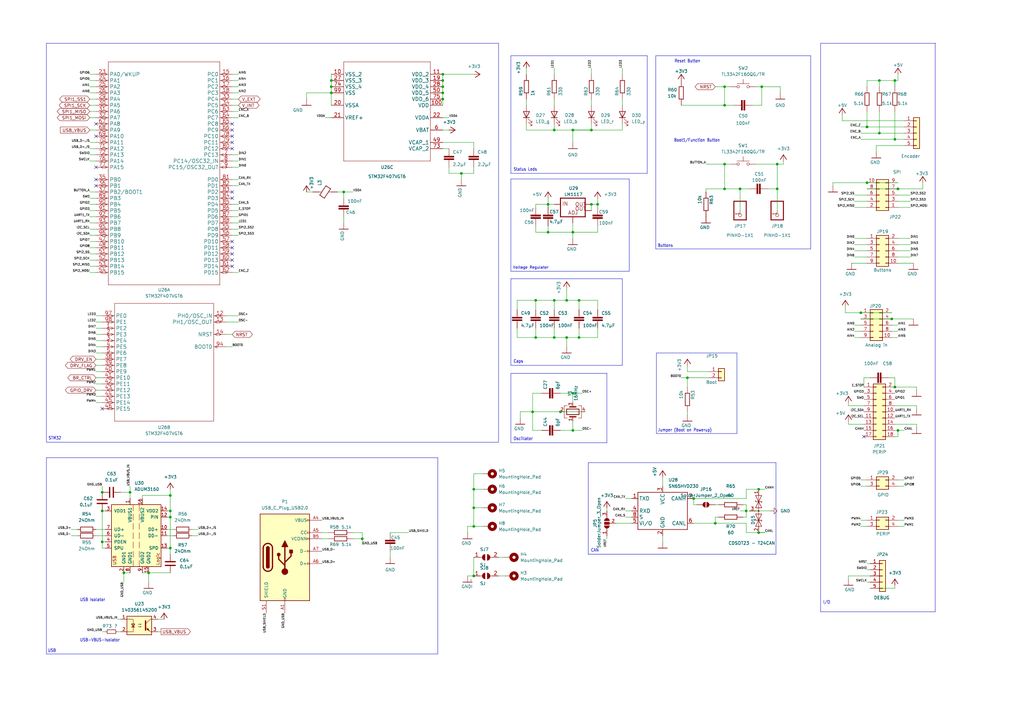
<source format=kicad_sch>
(kicad_sch
	(version 20250114)
	(generator "eeschema")
	(generator_version "9.0")
	(uuid "4cd24381-ef0a-4fc3-9080-2f3d7a881fa0")
	(paper "A3")
	
	(text "Oscillator"
		(exclude_from_sim no)
		(at 210.566 180.848 0)
		(effects
			(font
				(size 1.27 1.0795)
			)
			(justify left bottom)
		)
		(uuid "0a460622-1fd8-4854-b6a0-56e64b4b0ae3")
	)
	(text "I/O"
		(exclude_from_sim no)
		(at 337.566 247.904 0)
		(effects
			(font
				(size 1.27 1.0795)
			)
			(justify left bottom)
		)
		(uuid "0b500d5d-857f-4d84-8981-369f92eb97b6")
	)
	(text "Jumper (Boot on Powerup)"
		(exclude_from_sim no)
		(at 269.748 177.292 0)
		(effects
			(font
				(size 1.27 1.0795)
			)
			(justify left bottom)
		)
		(uuid "12565cf4-442f-4dbd-85fa-83282b6c2e14")
	)
	(text "STM32"
		(exclude_from_sim no)
		(at 19.812 180.594 0)
		(effects
			(font
				(size 1.27 1.0795)
			)
			(justify left bottom)
		)
		(uuid "338edd2e-5846-4ed8-b03a-02aaba45fb11")
	)
	(text "USB"
		(exclude_from_sim no)
		(at 19.558 267.716 0)
		(effects
			(font
				(size 1.27 1.0795)
			)
			(justify left bottom)
		)
		(uuid "4207712e-96ec-4ad3-8105-4bb4852172b7")
	)
	(text "Boot1/Function Button"
		(exclude_from_sim no)
		(at 276.352 58.42 0)
		(effects
			(font
				(size 1.27 1.0795)
			)
			(justify left bottom)
		)
		(uuid "5811032a-1597-4a4c-a7a3-d8e2c86e2053")
	)
	(text "Voltage Regulator"
		(exclude_from_sim no)
		(at 210.312 110.49 0)
		(effects
			(font
				(size 1.0795 1.0795)
			)
			(justify left bottom)
		)
		(uuid "5aa86ef3-98c5-4aa0-95b4-06dd013edb64")
	)
	(text "USB Isolator"
		(exclude_from_sim no)
		(at 32.766 246.888 0)
		(effects
			(font
				(size 1.27 1.0795)
			)
			(justify left bottom)
		)
		(uuid "67debb50-1335-40e2-ad5d-ee9d9b604a07")
	)
	(text "CAN"
		(exclude_from_sim no)
		(at 242.316 226.568 0)
		(effects
			(font
				(size 1.27 1.0795)
			)
			(justify left bottom)
		)
		(uuid "6db5d67a-cc58-4f23-9b96-8a73308bae06")
	)
	(text "Caps"
		(exclude_from_sim no)
		(at 210.566 149.098 0)
		(effects
			(font
				(size 1.27 1.0795)
			)
			(justify left bottom)
		)
		(uuid "72109094-d9c8-40a7-b95d-13687325852a")
	)
	(text "Status Leds"
		(exclude_from_sim no)
		(at 210.566 70.358 0)
		(effects
			(font
				(size 1.27 1.0795)
			)
			(justify left bottom)
		)
		(uuid "89205ea3-a47b-42c3-960b-77913fa4acf7")
	)
	(text "USB-VBUS-Isolator"
		(exclude_from_sim no)
		(at 32.766 263.398 0)
		(effects
			(font
				(size 1.27 1.0795)
			)
			(justify left bottom)
		)
		(uuid "d59f3ff5-d39f-4aa0-92f3-8e47fd13b8f3")
	)
	(text "Buttons"
		(exclude_from_sim no)
		(at 269.748 101.6 0)
		(effects
			(font
				(size 1.27 1.0795)
			)
			(justify left bottom)
		)
		(uuid "eed26fec-175b-4929-8089-63ded238b187")
	)
	(text "Reset Button"
		(exclude_from_sim no)
		(at 276.606 25.908 0)
		(effects
			(font
				(size 1.27 1.0795)
			)
			(justify left bottom)
		)
		(uuid "f998a4f2-3c6a-4171-9400-fb08a2549479")
	)
	(junction
		(at 181.61 35.56)
		(diameter 0)
		(color 0 0 0 0)
		(uuid "010b79e0-934b-4c47-b151-1cfd9eda702c")
	)
	(junction
		(at 218.44 168.91)
		(diameter 0)
		(color 0 0 0 0)
		(uuid "01232a58-c264-416a-88eb-14035b9f0946")
	)
	(junction
		(at 234.95 176.53)
		(diameter 0)
		(color 0 0 0 0)
		(uuid "044f5202-ae0b-40ac-9345-4cfdffc2b018")
	)
	(junction
		(at 194.31 236.22)
		(diameter 0)
		(color 0 0 0 0)
		(uuid "0791c98c-b2a5-4897-9a88-66186f0f6212")
	)
	(junction
		(at 140.97 78.74)
		(diameter 0)
		(color 0 0 0 0)
		(uuid "0cde37ae-4449-45cf-b0f4-ccebc6485d03")
	)
	(junction
		(at 353.06 128.27)
		(diameter 0)
		(color 0 0 0 0)
		(uuid "0d801f6e-cf50-46be-ba05-c22a3772f3a0")
	)
	(junction
		(at 69.85 224.79)
		(diameter 0)
		(color 0 0 0 0)
		(uuid "0fdc7f81-3909-47c4-a8be-e2216c45f4d3")
	)
	(junction
		(at 311.15 200.66)
		(diameter 0)
		(color 0 0 0 0)
		(uuid "1003d38f-f582-40ff-b491-da89ac4857d2")
	)
	(junction
		(at 297.18 35.56)
		(diameter 0)
		(color 0 0 0 0)
		(uuid "11738ed3-7987-485e-a886-ae602b0adf98")
	)
	(junction
		(at 135.89 38.1)
		(diameter 0)
		(color 0 0 0 0)
		(uuid "162e8bfd-71f9-4c46-b3de-0df5692ad9d0")
	)
	(junction
		(at 224.79 95.25)
		(diameter 0)
		(color 0 0 0 0)
		(uuid "179a248d-d2da-4e7d-849f-486a0fd82043")
	)
	(junction
		(at 41.91 209.55)
		(diameter 0)
		(color 0 0 0 0)
		(uuid "1ae6e937-e4d7-47fa-ae16-00043a2e2cc1")
	)
	(junction
		(at 360.68 33.02)
		(diameter 0)
		(color 0 0 0 0)
		(uuid "1c8b0568-2cbd-4d94-9e91-74892f19bba2")
	)
	(junction
		(at 367.03 158.75)
		(diameter 0)
		(color 0 0 0 0)
		(uuid "22975299-f17b-4120-9595-ff8eee9d2209")
	)
	(junction
		(at 219.71 138.43)
		(diameter 0)
		(color 0 0 0 0)
		(uuid "25b2d5fa-598a-4e38-a805-c55001d6bf3c")
	)
	(junction
		(at 227.33 138.43)
		(diameter 0)
		(color 0 0 0 0)
		(uuid "26a8e897-49a9-4b57-a996-18501af8538f")
	)
	(junction
		(at 69.85 209.55)
		(diameter 0)
		(color 0 0 0 0)
		(uuid "27f8150e-3e16-4d83-b7da-983236ed7284")
	)
	(junction
		(at 135.89 35.56)
		(diameter 0)
		(color 0 0 0 0)
		(uuid "2d32ad1c-4181-4f58-b3de-64ef5b51408d")
	)
	(junction
		(at 297.18 67.31)
		(diameter 0)
		(color 0 0 0 0)
		(uuid "2fca7a11-ba20-445a-afa2-43ae3519b690")
	)
	(junction
		(at 284.48 204.47)
		(diameter 0)
		(color 0 0 0 0)
		(uuid "30021a61-46c4-462c-9b94-bef1fe87e5dd")
	)
	(junction
		(at 245.11 83.82)
		(diameter 0)
		(color 0 0 0 0)
		(uuid "342b00a3-8688-4d6f-97f5-7bcfd471e43a")
	)
	(junction
		(at 367.03 57.15)
		(diameter 0)
		(color 0 0 0 0)
		(uuid "3671c4fa-e23c-4e4e-9f7c-5c7e72df968c")
	)
	(junction
		(at 297.18 43.18)
		(diameter 0)
		(color 0 0 0 0)
		(uuid "38b79daf-36f0-4f86-a4ba-b359589b3297")
	)
	(junction
		(at 312.42 35.56)
		(diameter 0)
		(color 0 0 0 0)
		(uuid "3fdbccaa-e96f-4124-934d-4e0b776aac76")
	)
	(junction
		(at 194.31 215.9)
		(diameter 0)
		(color 0 0 0 0)
		(uuid "43722d3e-5fa7-4b6a-a76e-bf20eaf6e6ea")
	)
	(junction
		(at 306.07 209.55)
		(diameter 0)
		(color 0 0 0 0)
		(uuid "4db0d81f-8bd5-422d-9e6d-fd76a83a023d")
	)
	(junction
		(at 234.95 53.34)
		(diameter 0)
		(color 0 0 0 0)
		(uuid "4dbb49d8-92c1-4fa0-b910-55becd90f417")
	)
	(junction
		(at 365.76 130.81)
		(diameter 0)
		(color 0 0 0 0)
		(uuid "4df051fa-009a-45f4-984f-232ecdd7b12c")
	)
	(junction
		(at 41.91 201.93)
		(diameter 0)
		(color 0 0 0 0)
		(uuid "5294186c-a8db-4806-b966-9c7487cbc519")
	)
	(junction
		(at 242.57 83.82)
		(diameter 0)
		(color 0 0 0 0)
		(uuid "558e3b89-f2dc-42ad-a343-ca74a10b1bb3")
	)
	(junction
		(at 232.41 123.19)
		(diameter 0)
		(color 0 0 0 0)
		(uuid "5c095701-beec-4647-91ee-cec622c5cd0f")
	)
	(junction
		(at 219.71 123.19)
		(diameter 0)
		(color 0 0 0 0)
		(uuid "5f8eb759-5fc7-420a-9d45-b94284544376")
	)
	(junction
		(at 181.61 38.1)
		(diameter 0)
		(color 0 0 0 0)
		(uuid "61806514-3780-4839-9112-85ab5d146a5c")
	)
	(junction
		(at 224.79 83.82)
		(diameter 0)
		(color 0 0 0 0)
		(uuid "6181cded-8747-4255-b663-a9270239f1f1")
	)
	(junction
		(at 69.85 212.09)
		(diameter 0)
		(color 0 0 0 0)
		(uuid "6365110b-39a9-4860-8ff5-241296a0a3ea")
	)
	(junction
		(at 181.61 40.64)
		(diameter 0)
		(color 0 0 0 0)
		(uuid "68ab1aef-5085-4897-a8c0-045c8a4cbea8")
	)
	(junction
		(at 293.37 214.63)
		(diameter 0)
		(color 0 0 0 0)
		(uuid "71a23ff1-5fc8-4dbe-a87d-6583081e15ef")
	)
	(junction
		(at 368.3 77.47)
		(diameter 0)
		(color 0 0 0 0)
		(uuid "739c837d-40a5-4f84-95dd-991014c78bcf")
	)
	(junction
		(at 60.96 234.95)
		(diameter 0)
		(color 0 0 0 0)
		(uuid "85787eb3-85dc-4bde-91d7-89cdc23fabac")
	)
	(junction
		(at 367.03 33.02)
		(diameter 0)
		(color 0 0 0 0)
		(uuid "8de2c57d-1e6a-4472-8eba-63ecb8df4dad")
	)
	(junction
		(at 355.6 74.93)
		(diameter 0)
		(color 0 0 0 0)
		(uuid "9aba88ef-c41c-4948-b402-1eb04db34406")
	)
	(junction
		(at 318.77 67.31)
		(diameter 0)
		(color 0 0 0 0)
		(uuid "9b36882f-ae14-4e97-8b22-ea205f85f10b")
	)
	(junction
		(at 281.94 154.94)
		(diameter 0)
		(color 0 0 0 0)
		(uuid "9f27bb7a-5c8c-41af-800b-614d4544a1fd")
	)
	(junction
		(at 50.8 234.95)
		(diameter 0)
		(color 0 0 0 0)
		(uuid "a1be23df-a9a6-45de-aaef-503e10fb1323")
	)
	(junction
		(at 368.3 176.53)
		(diameter 0)
		(color 0 0 0 0)
		(uuid "a2f87b4c-51dd-4de9-99da-ecb0abf48f7a")
	)
	(junction
		(at 53.34 201.93)
		(diameter 0)
		(color 0 0 0 0)
		(uuid "a3e298eb-fe69-4d1e-8351-982a8271a78b")
	)
	(junction
		(at 234.95 161.29)
		(diameter 0)
		(color 0 0 0 0)
		(uuid "a648e6db-1cb8-465d-ae3a-0b1b821a68ba")
	)
	(junction
		(at 194.31 200.66)
		(diameter 0)
		(color 0 0 0 0)
		(uuid "a7ef7365-45be-4909-847a-0edd3227fb77")
	)
	(junction
		(at 232.41 138.43)
		(diameter 0)
		(color 0 0 0 0)
		(uuid "a8786951-375b-4fee-9edb-e1d298f06b5a")
	)
	(junction
		(at 360.68 54.61)
		(diameter 0)
		(color 0 0 0 0)
		(uuid "ad5f1041-baba-4848-8d5c-8aa6698071ae")
	)
	(junction
		(at 311.15 218.44)
		(diameter 0)
		(color 0 0 0 0)
		(uuid "b328bfb9-eeed-4ed8-8895-18270075868b")
	)
	(junction
		(at 318.77 77.47)
		(diameter 0)
		(color 0 0 0 0)
		(uuid "b34e7678-88d2-4c8c-b01f-8c589ce1606b")
	)
	(junction
		(at 69.85 203.2)
		(diameter 0)
		(color 0 0 0 0)
		(uuid "b47ea42b-43f0-420d-8ad4-cae4364b2278")
	)
	(junction
		(at 234.95 95.25)
		(diameter 0)
		(color 0 0 0 0)
		(uuid "bb57eedc-922c-4792-a291-c7b1233bac13")
	)
	(junction
		(at 227.33 53.34)
		(diameter 0)
		(color 0 0 0 0)
		(uuid "bb9d5bd1-5762-4fa7-8144-838832b872af")
	)
	(junction
		(at 194.31 208.28)
		(diameter 0
... [264203 chars truncated]
</source>
